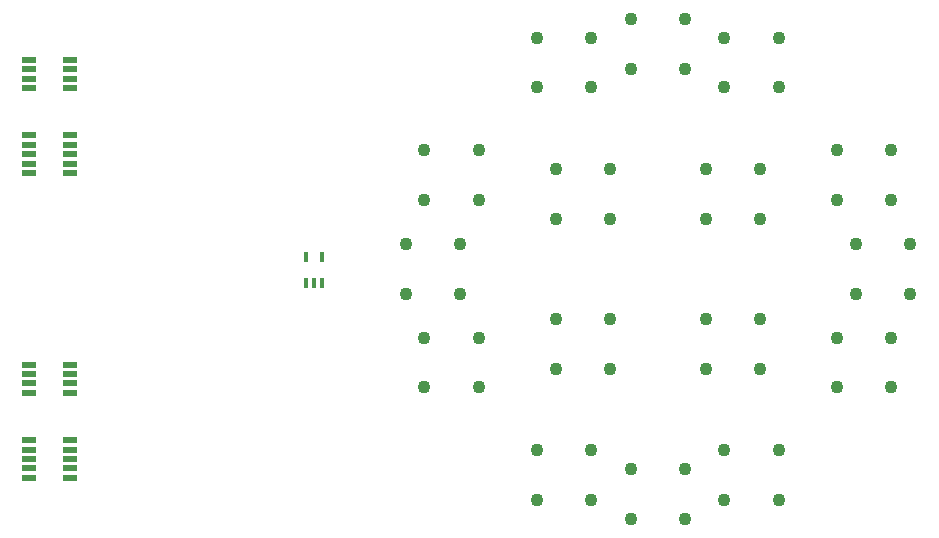
<source format=gbr>
%TF.GenerationSoftware,KiCad,Pcbnew,9.0.2*%
%TF.CreationDate,2025-05-27T17:54:28-07:00*%
%TF.ProjectId,16_6mSiPMs_9,31365f36-6d53-4695-904d-735f392e6b69,rev?*%
%TF.SameCoordinates,Original*%
%TF.FileFunction,Paste,Top*%
%TF.FilePolarity,Positive*%
%FSLAX46Y46*%
G04 Gerber Fmt 4.6, Leading zero omitted, Abs format (unit mm)*
G04 Created by KiCad (PCBNEW 9.0.2) date 2025-05-27 17:54:28*
%MOMM*%
%LPD*%
G01*
G04 APERTURE LIST*
G04 Aperture macros list*
%AMRoundRect*
0 Rectangle with rounded corners*
0 $1 Rounding radius*
0 $2 $3 $4 $5 $6 $7 $8 $9 X,Y pos of 4 corners*
0 Add a 4 corners polygon primitive as box body*
4,1,4,$2,$3,$4,$5,$6,$7,$8,$9,$2,$3,0*
0 Add four circle primitives for the rounded corners*
1,1,$1+$1,$2,$3*
1,1,$1+$1,$4,$5*
1,1,$1+$1,$6,$7*
1,1,$1+$1,$8,$9*
0 Add four rect primitives between the rounded corners*
20,1,$1+$1,$2,$3,$4,$5,0*
20,1,$1+$1,$4,$5,$6,$7,0*
20,1,$1+$1,$6,$7,$8,$9,0*
20,1,$1+$1,$8,$9,$2,$3,0*%
G04 Aperture macros list end*
%ADD10RoundRect,0.087500X-0.087500X-0.337500X0.087500X-0.337500X0.087500X0.337500X-0.087500X0.337500X0*%
%ADD11C,1.100000*%
%ADD12R,1.200000X0.500000*%
G04 APERTURE END LIST*
D10*
%TO.C,*%
X195000000Y-104000000D03*
%TD*%
D11*
%TO.C,REF\u002A\u002A10*%
X233687500Y-118162500D03*
X229087500Y-118162500D03*
X229087500Y-122362500D03*
X233687500Y-122362500D03*
%TD*%
%TO.C,REF\u002A\u002A10*%
X208287500Y-92762500D03*
X203687500Y-92762500D03*
X203687500Y-96962500D03*
X208287500Y-96962500D03*
%TD*%
D12*
%TO.C,J\u002A\u002A*%
X170250000Y-85100000D03*
X173650000Y-85100000D03*
X170250000Y-85900000D03*
X173650000Y-85900000D03*
X170250000Y-86700000D03*
X173650000Y-86700000D03*
X170250000Y-87500000D03*
X173650000Y-87500000D03*
X170250000Y-91500000D03*
X173650000Y-91500000D03*
X170250000Y-92300000D03*
X173650000Y-92300000D03*
X170250000Y-93100000D03*
X173650000Y-93100000D03*
X170250000Y-93900000D03*
X173650000Y-93900000D03*
X170250000Y-94700000D03*
X173650000Y-94700000D03*
%TD*%
D10*
%TO.C,*%
X195000000Y-101800000D03*
%TD*%
D11*
%TO.C,REF\u002A\u002A10*%
X233687500Y-83237500D03*
X229087500Y-83237500D03*
X229087500Y-87437500D03*
X233687500Y-87437500D03*
%TD*%
%TO.C,REF\u002A\u002A10*%
X206700000Y-100700000D03*
X202100000Y-100700000D03*
X202100000Y-104900000D03*
X206700000Y-104900000D03*
%TD*%
%TO.C,REF\u002A\u002A10*%
X219400000Y-107050000D03*
X214800000Y-107050000D03*
X214800000Y-111250000D03*
X219400000Y-111250000D03*
%TD*%
%TO.C,REF\u002A\u002A10*%
X219400000Y-94350000D03*
X214800000Y-94350000D03*
X214800000Y-98550000D03*
X219400000Y-98550000D03*
%TD*%
D10*
%TO.C,*%
X194350000Y-104000000D03*
%TD*%
D11*
%TO.C,REF\u002A\u002A10*%
X208287500Y-108637500D03*
X203687500Y-108637500D03*
X203687500Y-112837500D03*
X208287500Y-112837500D03*
%TD*%
%TO.C,REF\u002A\u002A10*%
X225750000Y-81650000D03*
X221150000Y-81650000D03*
X221150000Y-85850000D03*
X225750000Y-85850000D03*
%TD*%
%TO.C,REF\u002A\u002A10*%
X225750000Y-119750000D03*
X221150000Y-119750000D03*
X221150000Y-123950000D03*
X225750000Y-123950000D03*
%TD*%
%TO.C,REF\u002A\u002A10*%
X243212500Y-92762500D03*
X238612500Y-92762500D03*
X238612500Y-96962500D03*
X243212500Y-96962500D03*
%TD*%
%TO.C,REF\u002A\u002A10*%
X244800000Y-100700000D03*
X240200000Y-100700000D03*
X240200000Y-104900000D03*
X244800000Y-104900000D03*
%TD*%
%TO.C,REF\u002A\u002A10*%
X243212500Y-108637500D03*
X238612500Y-108637500D03*
X238612500Y-112837500D03*
X243212500Y-112837500D03*
%TD*%
%TO.C,REF\u002A\u002A10*%
X232100000Y-94350000D03*
X227500000Y-94350000D03*
X227500000Y-98550000D03*
X232100000Y-98550000D03*
%TD*%
D10*
%TO.C,*%
X193700000Y-104000000D03*
%TD*%
D12*
%TO.C,J\u002A\u002A*%
X170250000Y-110900000D03*
X173650000Y-110900000D03*
X170250000Y-111700000D03*
X173650000Y-111700000D03*
X170250000Y-112500000D03*
X173650000Y-112500000D03*
X170250000Y-113300000D03*
X173650000Y-113300000D03*
X170250000Y-117300000D03*
X173650000Y-117300000D03*
X170250000Y-118100000D03*
X173650000Y-118100000D03*
X170250000Y-118900000D03*
X173650000Y-118900000D03*
X170250000Y-119700000D03*
X173650000Y-119700000D03*
X170250000Y-120500000D03*
X173650000Y-120500000D03*
%TD*%
D11*
%TO.C,REF\u002A\u002A10*%
X217812500Y-118162500D03*
X213212500Y-118162500D03*
X213212500Y-122362500D03*
X217812500Y-122362500D03*
%TD*%
%TO.C,REF\u002A\u002A10*%
X217812500Y-83237500D03*
X213212500Y-83237500D03*
X213212500Y-87437500D03*
X217812500Y-87437500D03*
%TD*%
D10*
%TO.C,*%
X193700000Y-101800000D03*
%TD*%
D11*
%TO.C,REF\u002A\u002A10*%
X232100000Y-107050000D03*
X227500000Y-107050000D03*
X227500000Y-111250000D03*
X232100000Y-111250000D03*
%TD*%
M02*

</source>
